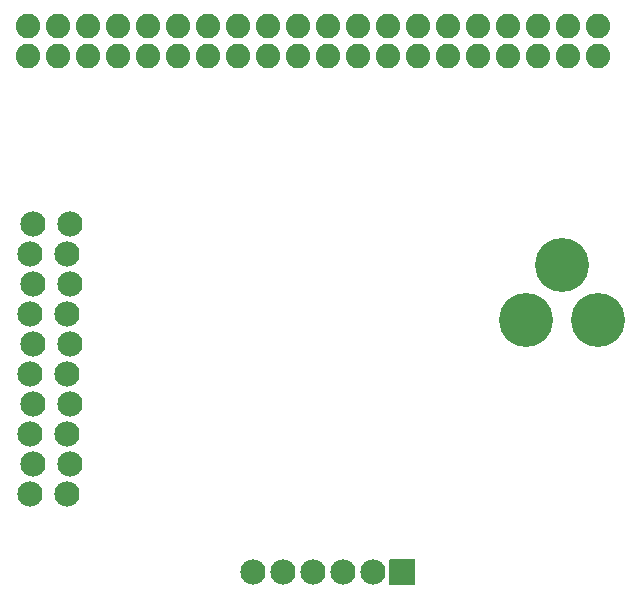
<source format=gbs>
G04 MADE WITH FRITZING*
G04 WWW.FRITZING.ORG*
G04 DOUBLE SIDED*
G04 HOLES PLATED*
G04 CONTOUR ON CENTER OF CONTOUR VECTOR*
%ASAXBY*%
%FSLAX23Y23*%
%MOIN*%
%OFA0B0*%
%SFA1.0B1.0*%
%ADD10C,0.180000*%
%ADD11C,0.084000*%
%ADD12C,0.081889*%
%ADD13C,0.081917*%
%ADD14R,0.001000X0.001000*%
%LNMASK0*%
G90*
G70*
G54D10*
X1797Y1087D03*
X2034Y1087D03*
X1915Y1272D03*
G54D11*
X1384Y247D03*
X1284Y247D03*
X1184Y247D03*
X1084Y247D03*
X984Y247D03*
X884Y247D03*
G54D12*
X134Y1967D03*
X234Y1967D03*
X334Y1967D03*
X434Y1967D03*
G54D13*
X534Y1967D03*
G54D12*
X634Y1967D03*
X734Y1967D03*
X834Y1967D03*
X934Y1967D03*
G54D13*
X1034Y1967D03*
G54D12*
X1134Y1967D03*
G54D13*
X1234Y1967D03*
G54D12*
X1334Y1967D03*
X1434Y1967D03*
X1534Y1967D03*
X1634Y1967D03*
G54D13*
X1734Y1967D03*
G54D12*
X1834Y1967D03*
X1934Y1967D03*
X2034Y1967D03*
X2034Y2067D03*
X1934Y2067D03*
X1834Y2067D03*
G54D13*
X1734Y2067D03*
G54D12*
X1634Y2067D03*
X1534Y2067D03*
X1434Y2067D03*
X1334Y2067D03*
G54D13*
X1234Y2067D03*
G54D12*
X1134Y2067D03*
G54D13*
X1034Y2067D03*
G54D12*
X934Y2067D03*
X834Y2067D03*
X734Y2067D03*
X634Y2067D03*
G54D13*
X534Y2067D03*
G54D12*
X434Y2067D03*
X334Y2067D03*
X234Y2067D03*
X134Y2067D03*
G54D11*
X264Y507D03*
X142Y507D03*
X274Y607D03*
X152Y607D03*
X264Y707D03*
X142Y707D03*
X274Y807D03*
X152Y807D03*
X264Y907D03*
X142Y907D03*
X274Y1007D03*
X152Y1007D03*
X264Y1107D03*
X142Y1107D03*
X274Y1207D03*
X152Y1207D03*
X264Y1307D03*
X142Y1307D03*
X274Y1407D03*
X152Y1407D03*
G54D14*
X1342Y289D02*
X1424Y289D01*
X1341Y288D02*
X1424Y288D01*
X1341Y287D02*
X1424Y287D01*
X1341Y286D02*
X1424Y286D01*
X1341Y285D02*
X1424Y285D01*
X1341Y284D02*
X1424Y284D01*
X1341Y283D02*
X1424Y283D01*
X1341Y282D02*
X1424Y282D01*
X1341Y281D02*
X1424Y281D01*
X1341Y280D02*
X1424Y280D01*
X1341Y279D02*
X1424Y279D01*
X1341Y278D02*
X1424Y278D01*
X1341Y277D02*
X1424Y277D01*
X1341Y276D02*
X1424Y276D01*
X1341Y275D02*
X1424Y275D01*
X1341Y274D02*
X1424Y274D01*
X1341Y273D02*
X1424Y273D01*
X1341Y272D02*
X1424Y272D01*
X1341Y271D02*
X1424Y271D01*
X1341Y270D02*
X1424Y270D01*
X1341Y269D02*
X1424Y269D01*
X1341Y268D02*
X1424Y268D01*
X1341Y267D02*
X1424Y267D01*
X1341Y266D02*
X1424Y266D01*
X1341Y265D02*
X1424Y265D01*
X1341Y264D02*
X1424Y264D01*
X1341Y263D02*
X1424Y263D01*
X1341Y262D02*
X1380Y262D01*
X1386Y262D02*
X1424Y262D01*
X1341Y261D02*
X1376Y261D01*
X1389Y261D02*
X1424Y261D01*
X1341Y260D02*
X1374Y260D01*
X1391Y260D02*
X1424Y260D01*
X1341Y259D02*
X1373Y259D01*
X1393Y259D02*
X1424Y259D01*
X1341Y258D02*
X1372Y258D01*
X1394Y258D02*
X1424Y258D01*
X1341Y257D02*
X1371Y257D01*
X1395Y257D02*
X1424Y257D01*
X1341Y256D02*
X1370Y256D01*
X1395Y256D02*
X1424Y256D01*
X1341Y255D02*
X1369Y255D01*
X1396Y255D02*
X1424Y255D01*
X1341Y254D02*
X1369Y254D01*
X1397Y254D02*
X1424Y254D01*
X1341Y253D02*
X1368Y253D01*
X1397Y253D02*
X1424Y253D01*
X1341Y252D02*
X1368Y252D01*
X1398Y252D02*
X1424Y252D01*
X1341Y251D02*
X1368Y251D01*
X1398Y251D02*
X1424Y251D01*
X1341Y250D02*
X1368Y250D01*
X1398Y250D02*
X1424Y250D01*
X1341Y249D02*
X1367Y249D01*
X1398Y249D02*
X1424Y249D01*
X1341Y248D02*
X1367Y248D01*
X1398Y248D02*
X1424Y248D01*
X1341Y247D02*
X1367Y247D01*
X1398Y247D02*
X1424Y247D01*
X1341Y246D02*
X1367Y246D01*
X1398Y246D02*
X1424Y246D01*
X1341Y245D02*
X1368Y245D01*
X1398Y245D02*
X1424Y245D01*
X1341Y244D02*
X1368Y244D01*
X1398Y244D02*
X1424Y244D01*
X1341Y243D02*
X1368Y243D01*
X1398Y243D02*
X1424Y243D01*
X1341Y242D02*
X1368Y242D01*
X1397Y242D02*
X1424Y242D01*
X1341Y241D02*
X1369Y241D01*
X1397Y241D02*
X1424Y241D01*
X1341Y240D02*
X1369Y240D01*
X1396Y240D02*
X1424Y240D01*
X1341Y239D02*
X1370Y239D01*
X1396Y239D02*
X1424Y239D01*
X1341Y238D02*
X1371Y238D01*
X1395Y238D02*
X1424Y238D01*
X1341Y237D02*
X1371Y237D01*
X1394Y237D02*
X1424Y237D01*
X1341Y236D02*
X1372Y236D01*
X1393Y236D02*
X1424Y236D01*
X1341Y235D02*
X1374Y235D01*
X1392Y235D02*
X1424Y235D01*
X1341Y234D02*
X1375Y234D01*
X1390Y234D02*
X1424Y234D01*
X1341Y233D02*
X1377Y233D01*
X1388Y233D02*
X1424Y233D01*
X1341Y232D02*
X1424Y232D01*
X1341Y231D02*
X1424Y231D01*
X1341Y230D02*
X1424Y230D01*
X1341Y229D02*
X1424Y229D01*
X1341Y228D02*
X1424Y228D01*
X1341Y227D02*
X1424Y227D01*
X1341Y226D02*
X1424Y226D01*
X1341Y225D02*
X1424Y225D01*
X1341Y224D02*
X1424Y224D01*
X1341Y223D02*
X1424Y223D01*
X1341Y222D02*
X1424Y222D01*
X1341Y221D02*
X1424Y221D01*
X1341Y220D02*
X1424Y220D01*
X1341Y219D02*
X1424Y219D01*
X1341Y218D02*
X1424Y218D01*
X1341Y217D02*
X1424Y217D01*
X1341Y216D02*
X1424Y216D01*
X1341Y215D02*
X1424Y215D01*
X1341Y214D02*
X1424Y214D01*
X1341Y213D02*
X1424Y213D01*
X1341Y212D02*
X1424Y212D01*
X1341Y211D02*
X1424Y211D01*
X1341Y210D02*
X1424Y210D01*
X1341Y209D02*
X1424Y209D01*
X1341Y208D02*
X1424Y208D01*
X1341Y207D02*
X1424Y207D01*
X1341Y206D02*
X1424Y206D01*
D02*
G04 End of Mask0*
M02*
</source>
